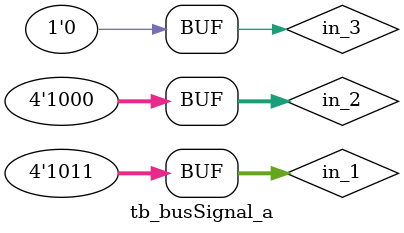
<source format=v>
`timescale 1ns / 1ps


module tb_busSignal_a();
    reg [3:0] in_1;
    reg[3:0] in_2;
    reg in_3;
    wire  [3:0] out_1;
    
    busSignal U0 (in_1,in_2,in_3,out_1);
    
     initial begin
        $dumpfile("busSigalwave.vcd");
        $dumpvars(0,tb_busSignal);
        $monitor("input1=%b \t input2=%b \t input3=%b output=%b",in_1,in_2,in_3,out_1);
        in_1=4'b1011; in_2=4'b1110; in_3=1'b1;
        #5
        in_1=4'b1001; in_2=4'b1110; in_3=1'b1;
        #5
        in_1=4'b1011; in_2=4'b1000; in_3=1'b0;
           
    end
    
endmodule

</source>
